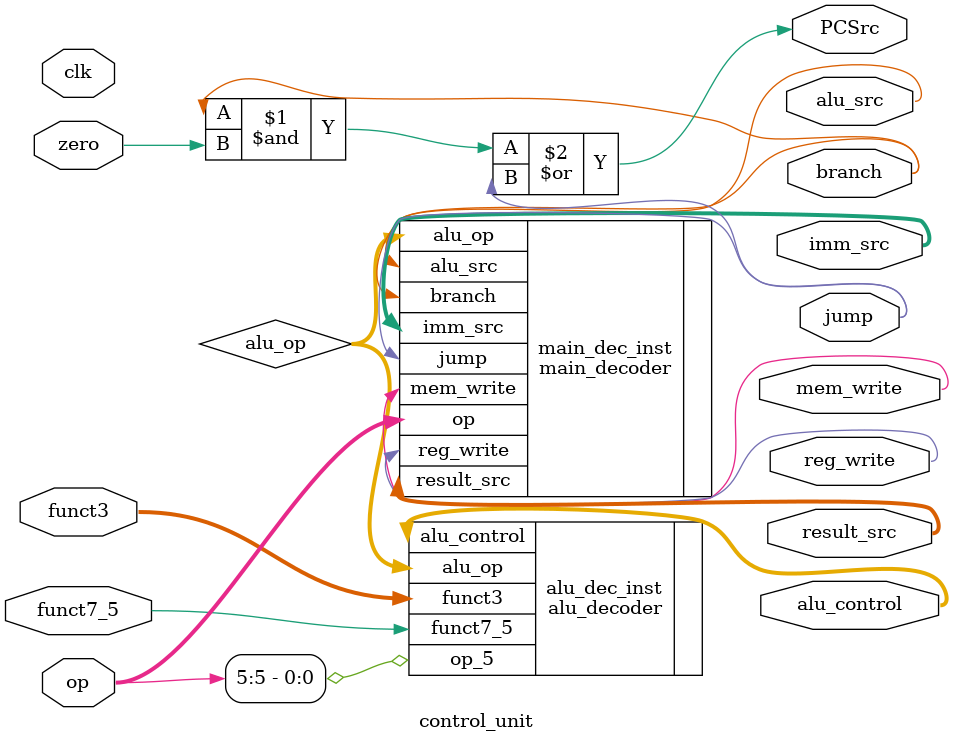
<source format=v>
module control_unit (
    input zero,            // Zero flag from the ALU (used for branching decisions)
    input [6:0] op,         // Opcode from the instruction
    input clk,              // Clock signal
    input [2:0] funct3,     // Funct3 field from the instruction (bits [14:12])
    input funct7_5,         // 5th bit of funct7 (bit 30 of the instruction)
    output branch,          // Branch control signal
    output jump,            // Jump control signal
    output mem_write,       // Memory write enable
    output alu_src,         // ALU input B selection (0 = register, 1 = immediate)
    output reg_write,       // Register file write enable
    output [1:0] result_src, // Write-back result selection
    output [1:0] imm_src,    // Immediate type selector
    output [2:0] alu_control, // ALU operation control code
    output PCSrc            // PC source control (for branching/jumping)
);

// Intermediate wire for ALU operation hint
wire [1:0] alu_op;

// Instantiate the main decoder to generate main control signals
main_decoder main_dec_inst (
    .op(op),
    .branch(branch),
    .jump(jump),
    .mem_write(mem_write),
    .alu_src(alu_src),
    .reg_write(reg_write),
    .result_src(result_src),
    .imm_src(imm_src),
    .alu_op(alu_op)           // alu_op is passed to the ALU decoder
);

// Instantiate the ALU decoder to generate specific ALU control signals
alu_decoder alu_dec_inst (
    .funct3(funct3),
    .op_5(op[5]),             // 5th bit of opcode, helps distinguish I-type vs R-type
    .funct7_5(funct7_5),
    .alu_op(alu_op),
    .alu_control(alu_control) // Final control signal for ALU operation
);

// PC Source logic: Branch taken OR Jump
// PCSrc = (Branch AND Zero) OR Jump
assign PCSrc = (branch & zero) | jump;

endmodule
</source>
